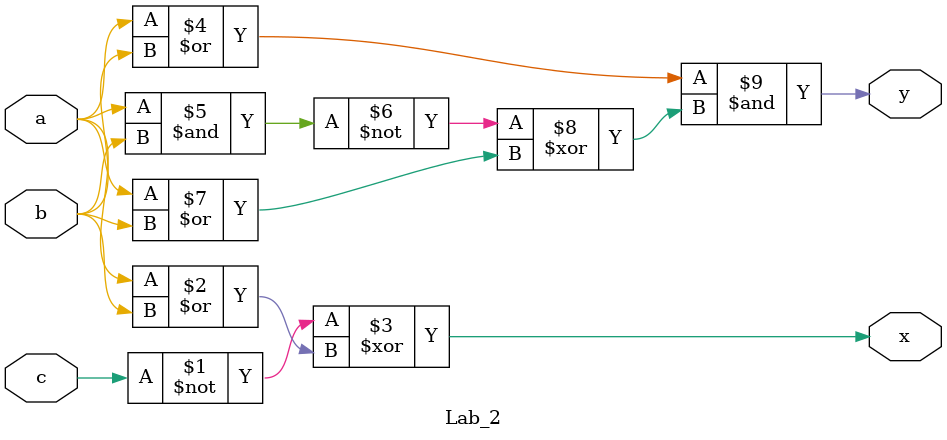
<source format=sv>
module Lab_2(
    input a,
    input b,
    input c,
    output x,
    output y
    );
    assign x = (~ c) ^ (a | b);
    assign y = (a|b) & (~(a & b ) ^ (a | b ));
    
endmodule
</source>
